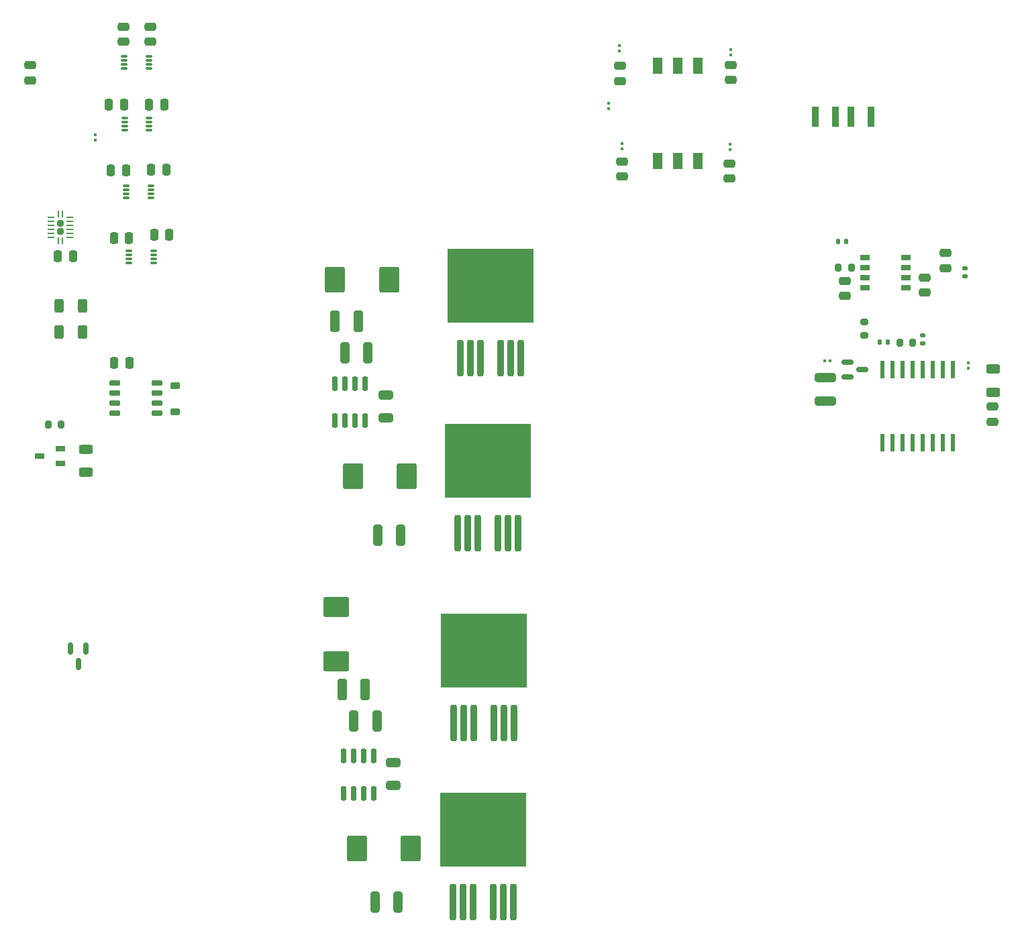
<source format=gbr>
%TF.GenerationSoftware,KiCad,Pcbnew,7.0.5*%
%TF.CreationDate,2023-09-24T16:41:28-07:00*%
%TF.ProjectId,FullSchematic,46756c6c-5363-4686-956d-617469632e6b,rev?*%
%TF.SameCoordinates,Original*%
%TF.FileFunction,Paste,Top*%
%TF.FilePolarity,Positive*%
%FSLAX46Y46*%
G04 Gerber Fmt 4.6, Leading zero omitted, Abs format (unit mm)*
G04 Created by KiCad (PCBNEW 7.0.5) date 2023-09-24 16:41:28*
%MOMM*%
%LPD*%
G01*
G04 APERTURE LIST*
G04 Aperture macros list*
%AMRoundRect*
0 Rectangle with rounded corners*
0 $1 Rounding radius*
0 $2 $3 $4 $5 $6 $7 $8 $9 X,Y pos of 4 corners*
0 Add a 4 corners polygon primitive as box body*
4,1,4,$2,$3,$4,$5,$6,$7,$8,$9,$2,$3,0*
0 Add four circle primitives for the rounded corners*
1,1,$1+$1,$2,$3*
1,1,$1+$1,$4,$5*
1,1,$1+$1,$6,$7*
1,1,$1+$1,$8,$9*
0 Add four rect primitives between the rounded corners*
20,1,$1+$1,$2,$3,$4,$5,0*
20,1,$1+$1,$4,$5,$6,$7,0*
20,1,$1+$1,$6,$7,$8,$9,0*
20,1,$1+$1,$8,$9,$2,$3,0*%
G04 Aperture macros list end*
%ADD10RoundRect,0.200000X-0.200000X2.100000X-0.200000X-2.100000X0.200000X-2.100000X0.200000X2.100000X0*%
%ADD11R,10.800000X9.400000*%
%ADD12RoundRect,0.250000X0.312500X0.625000X-0.312500X0.625000X-0.312500X-0.625000X0.312500X-0.625000X0*%
%ADD13RoundRect,0.135000X-0.135000X-0.185000X0.135000X-0.185000X0.135000X0.185000X-0.135000X0.185000X0*%
%ADD14RoundRect,0.200000X0.200000X0.275000X-0.200000X0.275000X-0.200000X-0.275000X0.200000X-0.275000X0*%
%ADD15RoundRect,0.250000X-0.312500X-1.075000X0.312500X-1.075000X0.312500X1.075000X-0.312500X1.075000X0*%
%ADD16RoundRect,0.250000X0.250000X0.475000X-0.250000X0.475000X-0.250000X-0.475000X0.250000X-0.475000X0*%
%ADD17RoundRect,0.250000X0.475000X-0.250000X0.475000X0.250000X-0.475000X0.250000X-0.475000X-0.250000X0*%
%ADD18RoundRect,0.250000X-0.650000X0.325000X-0.650000X-0.325000X0.650000X-0.325000X0.650000X0.325000X0*%
%ADD19R,0.900000X2.500000*%
%ADD20RoundRect,0.079500X-0.079500X-0.100500X0.079500X-0.100500X0.079500X0.100500X-0.079500X0.100500X0*%
%ADD21RoundRect,0.079500X-0.100500X0.079500X-0.100500X-0.079500X0.100500X-0.079500X0.100500X0.079500X0*%
%ADD22R,1.143000X0.762000*%
%ADD23RoundRect,0.202500X-0.202500X-0.202500X0.202500X-0.202500X0.202500X0.202500X-0.202500X0.202500X0*%
%ADD24RoundRect,0.062500X-0.062500X-0.350000X0.062500X-0.350000X0.062500X0.350000X-0.062500X0.350000X0*%
%ADD25RoundRect,0.062500X-0.350000X-0.062500X0.350000X-0.062500X0.350000X0.062500X-0.350000X0.062500X0*%
%ADD26RoundRect,0.250000X-0.250000X-0.475000X0.250000X-0.475000X0.250000X0.475000X-0.250000X0.475000X0*%
%ADD27RoundRect,0.075000X-0.350000X-0.075000X0.350000X-0.075000X0.350000X0.075000X-0.350000X0.075000X0*%
%ADD28RoundRect,0.250000X-0.475000X0.250000X-0.475000X-0.250000X0.475000X-0.250000X0.475000X0.250000X0*%
%ADD29RoundRect,0.150000X-0.587500X-0.150000X0.587500X-0.150000X0.587500X0.150000X-0.587500X0.150000X0*%
%ADD30R,1.220000X0.650000*%
%ADD31RoundRect,0.250000X1.400000X1.000000X-1.400000X1.000000X-1.400000X-1.000000X1.400000X-1.000000X0*%
%ADD32RoundRect,0.250000X1.000000X-1.400000X1.000000X1.400000X-1.000000X1.400000X-1.000000X-1.400000X0*%
%ADD33RoundRect,0.180000X0.180000X-0.710000X0.180000X0.710000X-0.180000X0.710000X-0.180000X-0.710000X0*%
%ADD34RoundRect,0.150000X-0.150000X0.587500X-0.150000X-0.587500X0.150000X-0.587500X0.150000X0.587500X0*%
%ADD35R,0.600000X2.200000*%
%ADD36RoundRect,0.250000X-0.625000X0.312500X-0.625000X-0.312500X0.625000X-0.312500X0.625000X0.312500X0*%
%ADD37RoundRect,0.200000X-0.200000X-0.275000X0.200000X-0.275000X0.200000X0.275000X-0.200000X0.275000X0*%
%ADD38RoundRect,0.135000X0.185000X-0.135000X0.185000X0.135000X-0.185000X0.135000X-0.185000X-0.135000X0*%
%ADD39R,1.193800X2.006600*%
%ADD40RoundRect,0.150000X0.550000X-0.150000X0.550000X0.150000X-0.550000X0.150000X-0.550000X-0.150000X0*%
%ADD41RoundRect,0.250000X-1.075000X0.312500X-1.075000X-0.312500X1.075000X-0.312500X1.075000X0.312500X0*%
%ADD42RoundRect,0.250000X-0.325000X-1.100000X0.325000X-1.100000X0.325000X1.100000X-0.325000X1.100000X0*%
%ADD43RoundRect,0.135000X0.135000X0.185000X-0.135000X0.185000X-0.135000X-0.185000X0.135000X-0.185000X0*%
%ADD44RoundRect,0.200000X-0.275000X0.200000X-0.275000X-0.200000X0.275000X-0.200000X0.275000X0.200000X0*%
%ADD45RoundRect,0.225000X-0.375000X0.225000X-0.375000X-0.225000X0.375000X-0.225000X0.375000X0.225000X0*%
G04 APERTURE END LIST*
D10*
%TO.C,U6*%
X122374615Y-140062270D03*
X123644615Y-140062270D03*
X124914615Y-140062270D03*
X127454615Y-140062270D03*
X128724615Y-140062270D03*
X129994615Y-140062270D03*
D11*
X126184615Y-130912270D03*
%TD*%
D12*
%TO.C,R24*%
X75585000Y-68060000D03*
X72660000Y-68060000D03*
%TD*%
D13*
%TO.C,R20*%
X170960000Y-56665000D03*
X171980000Y-56665000D03*
%TD*%
D14*
%TO.C,R19*%
X172620000Y-59960000D03*
X170970000Y-59960000D03*
%TD*%
D15*
%TO.C,R6*%
X108700000Y-70699000D03*
X111625000Y-70699000D03*
%TD*%
D16*
%TO.C,C32*%
X80820000Y-39384581D03*
X78920000Y-39384581D03*
%TD*%
D17*
%TO.C,C25*%
X84200000Y-31400000D03*
X84200000Y-29500000D03*
%TD*%
D10*
%TO.C,U3*%
X123320000Y-71352000D03*
X124590000Y-71352000D03*
X125860000Y-71352000D03*
X128400000Y-71352000D03*
X129670000Y-71352000D03*
X130940000Y-71352000D03*
D11*
X127130000Y-62202000D03*
%TD*%
D18*
%TO.C,C7*%
X113870000Y-75984000D03*
X113870000Y-78934000D03*
%TD*%
D19*
%TO.C,J1*%
X175070000Y-40850000D03*
X172570000Y-40850000D03*
X170570000Y-40850000D03*
X168070000Y-40850000D03*
%TD*%
D14*
%TO.C,R15*%
X180363000Y-69395000D03*
X178713000Y-69395000D03*
%TD*%
D20*
%TO.C,R10*%
X169235000Y-71700000D03*
X169925000Y-71700000D03*
%TD*%
D21*
%TO.C,R2*%
X157273000Y-44355000D03*
X157273000Y-45045000D03*
%TD*%
%TO.C,R13*%
X187333000Y-71960000D03*
X187333000Y-72650000D03*
%TD*%
D22*
%TO.C,U8*%
X179500000Y-62500000D03*
X179500000Y-61230000D03*
X179500000Y-59960000D03*
X179500000Y-58690000D03*
X174293000Y-58690000D03*
X174293000Y-59960000D03*
X174293000Y-61230000D03*
X174293000Y-62500000D03*
%TD*%
D23*
%TO.C,U14*%
X72812500Y-54350000D03*
X72812500Y-55350000D03*
D24*
X72562500Y-53162500D03*
D25*
X71625000Y-53600000D03*
X71625000Y-54100000D03*
X71625000Y-54600000D03*
X71625000Y-55100000D03*
X71625000Y-55600000D03*
X71625000Y-56100000D03*
D24*
X72562500Y-56537500D03*
X73062500Y-56537500D03*
D25*
X74000000Y-56100000D03*
X74000000Y-55600000D03*
X74000000Y-55100000D03*
X74000000Y-54600000D03*
X74000000Y-54100000D03*
X74000000Y-53600000D03*
D24*
X73062500Y-53162500D03*
%TD*%
D26*
%TO.C,C26*%
X79600000Y-72000000D03*
X81500000Y-72000000D03*
%TD*%
D27*
%TO.C,U12*%
X80900000Y-33280000D03*
X80900000Y-33780000D03*
X80900000Y-34280000D03*
X80900000Y-34780000D03*
X84000000Y-34780000D03*
X84000000Y-34280000D03*
X84000000Y-33780000D03*
X84000000Y-33280000D03*
%TD*%
D28*
%TO.C,C6*%
X143713000Y-46535000D03*
X143713000Y-48435000D03*
%TD*%
D21*
%TO.C,R5*%
X142000000Y-39210000D03*
X142000000Y-39900000D03*
%TD*%
D29*
%TO.C,Q2*%
X172148000Y-71880000D03*
X172148000Y-73780000D03*
X174023000Y-72830000D03*
%TD*%
D30*
%TO.C,Q3*%
X72785000Y-84677500D03*
X72785000Y-82777500D03*
X70165000Y-83727500D03*
%TD*%
D26*
%TO.C,C23*%
X84640419Y-55750000D03*
X86540419Y-55750000D03*
%TD*%
D31*
%TO.C,D2*%
X107574615Y-109612000D03*
X107574615Y-102812000D03*
%TD*%
D16*
%TO.C,C30*%
X81468419Y-56233000D03*
X79568419Y-56233000D03*
%TD*%
D32*
%TO.C,D4*%
X110200000Y-133250000D03*
X117000000Y-133250000D03*
%TD*%
D16*
%TO.C,C29*%
X74412500Y-58537500D03*
X72512500Y-58537500D03*
%TD*%
D17*
%TO.C,C33*%
X69000000Y-36280000D03*
X69000000Y-34380000D03*
%TD*%
D33*
%TO.C,U1*%
X107472000Y-79279000D03*
X108742000Y-79279000D03*
X110012000Y-79279000D03*
X111282000Y-79279000D03*
X111282000Y-74599000D03*
X110012000Y-74599000D03*
X108742000Y-74599000D03*
X107472000Y-74599000D03*
%TD*%
D27*
%TO.C,U13*%
X80910000Y-41084581D03*
X80910000Y-41584581D03*
X80910000Y-42084581D03*
X80910000Y-42584581D03*
X84010000Y-42584581D03*
X84010000Y-42084581D03*
X84010000Y-41584581D03*
X84010000Y-41084581D03*
%TD*%
D34*
%TO.C,Q1*%
X76012500Y-108062500D03*
X74112500Y-108062500D03*
X75062500Y-109937500D03*
%TD*%
D28*
%TO.C,C5*%
X157263000Y-46815000D03*
X157263000Y-48715000D03*
%TD*%
D32*
%TO.C,D3*%
X109700000Y-86250000D03*
X116500000Y-86250000D03*
%TD*%
D16*
%TO.C,C31*%
X81073451Y-47700000D03*
X79173451Y-47700000D03*
%TD*%
D35*
%TO.C,U7*%
X176573000Y-82005000D03*
X177843000Y-82005000D03*
X179113000Y-82005000D03*
X180383000Y-82005000D03*
X181653000Y-82005000D03*
X182923000Y-82005000D03*
X184193000Y-82005000D03*
X185463000Y-82005000D03*
X185463000Y-72805000D03*
X184193000Y-72805000D03*
X182923000Y-72805000D03*
X181653000Y-72805000D03*
X180383000Y-72805000D03*
X179113000Y-72805000D03*
X177843000Y-72805000D03*
X176573000Y-72805000D03*
%TD*%
D21*
%TO.C,R4*%
X143370000Y-31910000D03*
X143370000Y-32600000D03*
%TD*%
D36*
%TO.C,R14*%
X190473000Y-72750000D03*
X190473000Y-75675000D03*
%TD*%
D32*
%TO.C,D1*%
X107487000Y-61487000D03*
X114287000Y-61487000D03*
%TD*%
D27*
%TO.C,U11*%
X81450000Y-57850000D03*
X81450000Y-58350000D03*
X81450000Y-58850000D03*
X81450000Y-59350000D03*
X84550000Y-59350000D03*
X84550000Y-58850000D03*
X84550000Y-58350000D03*
X84550000Y-57850000D03*
%TD*%
D37*
%TO.C,R22*%
X71265000Y-79737500D03*
X72915000Y-79737500D03*
%TD*%
D38*
%TO.C,R18*%
X186980000Y-61020000D03*
X186980000Y-60000000D03*
%TD*%
D33*
%TO.C,U2*%
X108534615Y-126292270D03*
X109804615Y-126292270D03*
X111074615Y-126292270D03*
X112344615Y-126292270D03*
X112344615Y-121612270D03*
X111074615Y-121612270D03*
X109804615Y-121612270D03*
X108534615Y-121612270D03*
%TD*%
D39*
%TO.C,SW1*%
X148210000Y-46450000D03*
X150750000Y-46450000D03*
X153290000Y-46450000D03*
X153290000Y-34450004D03*
X150750000Y-34450004D03*
X148210000Y-34450004D03*
%TD*%
D21*
%TO.C,R23*%
X77200000Y-43160000D03*
X77200000Y-43850000D03*
%TD*%
D36*
%TO.C,R21*%
X76040000Y-82845000D03*
X76040000Y-85770000D03*
%TD*%
D38*
%TO.C,R17*%
X181643000Y-69515000D03*
X181643000Y-68495000D03*
%TD*%
D27*
%TO.C,U10*%
X81140685Y-49600000D03*
X81140685Y-50100000D03*
X81140685Y-50600000D03*
X81140685Y-51100000D03*
X84240685Y-51100000D03*
X84240685Y-50600000D03*
X84240685Y-50100000D03*
X84240685Y-49600000D03*
%TD*%
D12*
%TO.C,R25*%
X75585000Y-64770000D03*
X72660000Y-64770000D03*
%TD*%
D40*
%TO.C,U9*%
X79700000Y-74460000D03*
X79700000Y-75730000D03*
X79700000Y-77000000D03*
X79700000Y-78270000D03*
X85000000Y-78270000D03*
X85000000Y-77000000D03*
X85000000Y-75730000D03*
X85000000Y-74460000D03*
%TD*%
D15*
%TO.C,R8*%
X109813000Y-117212000D03*
X112738000Y-117212000D03*
%TD*%
D17*
%TO.C,C21*%
X184500000Y-60000000D03*
X184500000Y-58100000D03*
%TD*%
D28*
%TO.C,C20*%
X181900000Y-61200000D03*
X181900000Y-63100000D03*
%TD*%
D41*
%TO.C,R12*%
X169303000Y-73830000D03*
X169303000Y-76755000D03*
%TD*%
D42*
%TO.C,C10*%
X108338000Y-113212000D03*
X111288000Y-113212000D03*
%TD*%
D28*
%TO.C,C3*%
X143400000Y-34465000D03*
X143400000Y-36365000D03*
%TD*%
D26*
%TO.C,C27*%
X84020000Y-39374581D03*
X85920000Y-39374581D03*
%TD*%
D18*
%TO.C,C8*%
X114824615Y-122387270D03*
X114824615Y-125337270D03*
%TD*%
D42*
%TO.C,C9*%
X107425000Y-66699000D03*
X110375000Y-66699000D03*
%TD*%
D26*
%TO.C,C24*%
X84273451Y-47600000D03*
X86173451Y-47600000D03*
%TD*%
D43*
%TO.C,R16*%
X177193000Y-69355000D03*
X176173000Y-69355000D03*
%TD*%
D21*
%TO.C,R3*%
X157393000Y-32450000D03*
X157393000Y-33140000D03*
%TD*%
D28*
%TO.C,C22*%
X171796500Y-61617200D03*
X171796500Y-63517200D03*
%TD*%
%TO.C,C4*%
X157423000Y-34355000D03*
X157423000Y-36255000D03*
%TD*%
D15*
%TO.C,R9*%
X112500000Y-140000000D03*
X115425000Y-140000000D03*
%TD*%
D44*
%TO.C,R11*%
X174223000Y-66800000D03*
X174223000Y-68450000D03*
%TD*%
D21*
%TO.C,R1*%
X143643000Y-44260000D03*
X143643000Y-44950000D03*
%TD*%
D15*
%TO.C,R7*%
X112850500Y-93712000D03*
X115775500Y-93712000D03*
%TD*%
D17*
%TO.C,C28*%
X80800000Y-31400000D03*
X80800000Y-29500000D03*
%TD*%
D10*
%TO.C,U4*%
X122922000Y-93507000D03*
X124192000Y-93507000D03*
X125462000Y-93507000D03*
X128002000Y-93507000D03*
X129272000Y-93507000D03*
X130542000Y-93507000D03*
D11*
X126732000Y-84357000D03*
%TD*%
D28*
%TO.C,C19*%
X190423000Y-77505000D03*
X190423000Y-79405000D03*
%TD*%
D10*
%TO.C,U5*%
X122454615Y-117437270D03*
X123724615Y-117437270D03*
X124994615Y-117437270D03*
X127534615Y-117437270D03*
X128804615Y-117437270D03*
X130074615Y-117437270D03*
D11*
X126264615Y-108287270D03*
%TD*%
D45*
%TO.C,D5*%
X87290000Y-74840000D03*
X87290000Y-78140000D03*
%TD*%
M02*

</source>
